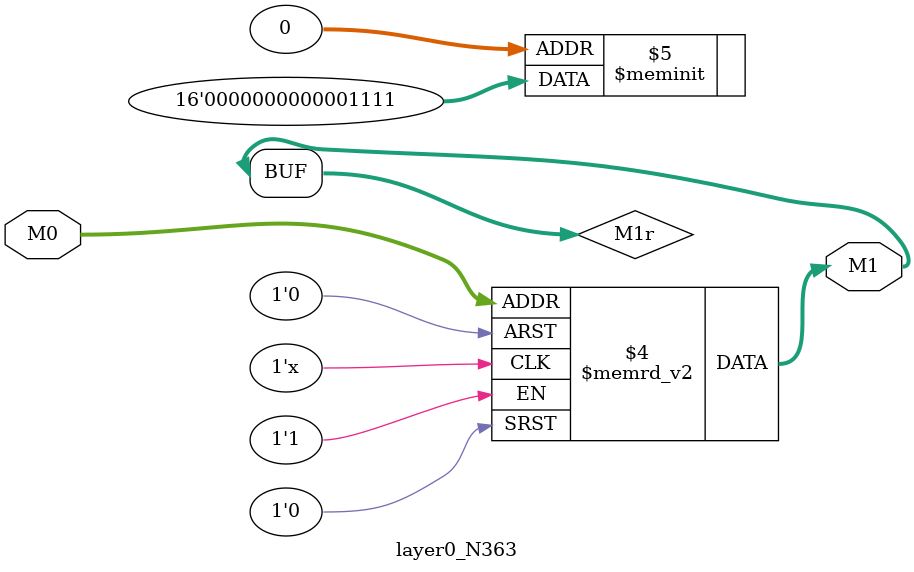
<source format=v>
module layer0_N363 ( input [2:0] M0, output [1:0] M1 );

	(*rom_style = "distributed" *) reg [1:0] M1r;
	assign M1 = M1r;
	always @ (M0) begin
		case (M0)
			3'b000: M1r = 2'b11;
			3'b100: M1r = 2'b00;
			3'b010: M1r = 2'b00;
			3'b110: M1r = 2'b00;
			3'b001: M1r = 2'b11;
			3'b101: M1r = 2'b00;
			3'b011: M1r = 2'b00;
			3'b111: M1r = 2'b00;

		endcase
	end
endmodule

</source>
